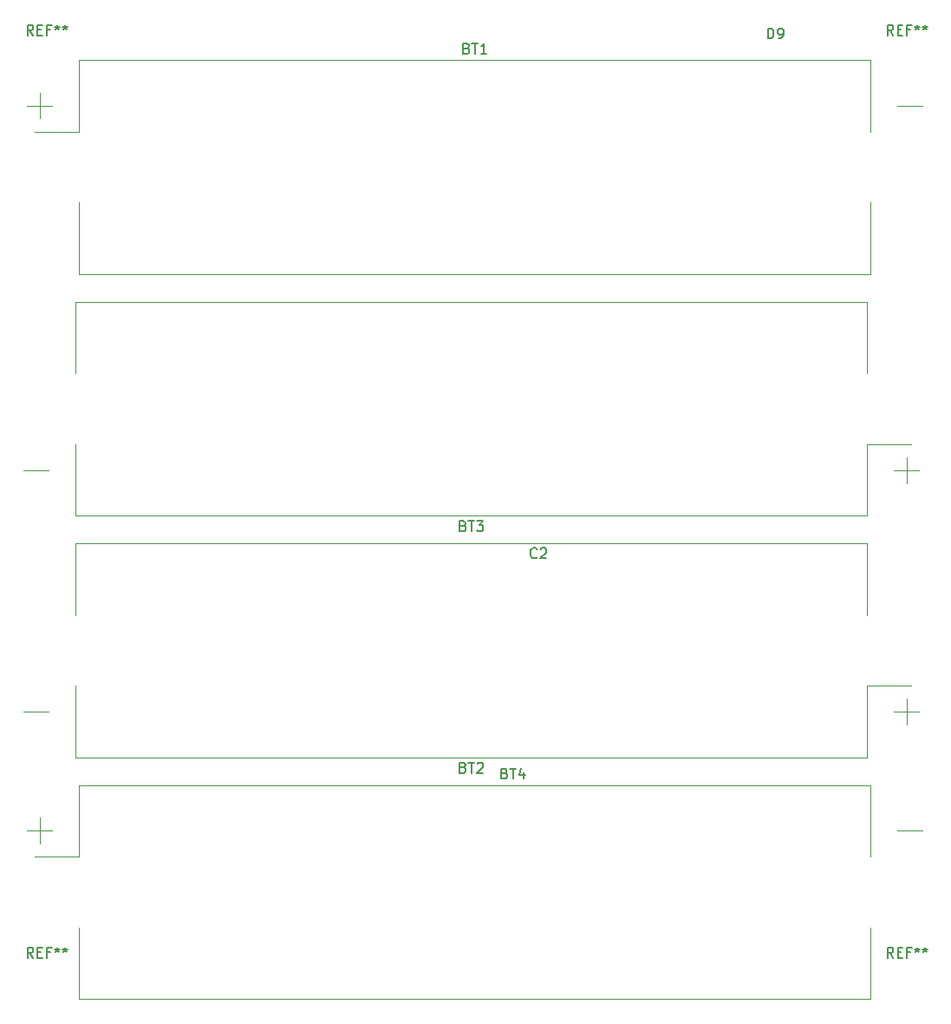
<source format=gbr>
%TF.GenerationSoftware,KiCad,Pcbnew,8.0.3-8.0.3-0~ubuntu22.04.1*%
%TF.CreationDate,2024-06-19T22:48:01+05:30*%
%TF.ProjectId,eps,6570732e-6b69-4636-9164-5f7063625858,rev?*%
%TF.SameCoordinates,Original*%
%TF.FileFunction,Legend,Top*%
%TF.FilePolarity,Positive*%
%FSLAX46Y46*%
G04 Gerber Fmt 4.6, Leading zero omitted, Abs format (unit mm)*
G04 Created by KiCad (PCBNEW 8.0.3-8.0.3-0~ubuntu22.04.1) date 2024-06-19 22:48:01*
%MOMM*%
%LPD*%
G01*
G04 APERTURE LIST*
%ADD10C,0.150000*%
%ADD11C,0.120000*%
G04 APERTURE END LIST*
D10*
X101666666Y-123254819D02*
X101333333Y-122778628D01*
X101095238Y-123254819D02*
X101095238Y-122254819D01*
X101095238Y-122254819D02*
X101476190Y-122254819D01*
X101476190Y-122254819D02*
X101571428Y-122302438D01*
X101571428Y-122302438D02*
X101619047Y-122350057D01*
X101619047Y-122350057D02*
X101666666Y-122445295D01*
X101666666Y-122445295D02*
X101666666Y-122588152D01*
X101666666Y-122588152D02*
X101619047Y-122683390D01*
X101619047Y-122683390D02*
X101571428Y-122731009D01*
X101571428Y-122731009D02*
X101476190Y-122778628D01*
X101476190Y-122778628D02*
X101095238Y-122778628D01*
X102095238Y-122731009D02*
X102428571Y-122731009D01*
X102571428Y-123254819D02*
X102095238Y-123254819D01*
X102095238Y-123254819D02*
X102095238Y-122254819D01*
X102095238Y-122254819D02*
X102571428Y-122254819D01*
X103333333Y-122731009D02*
X103000000Y-122731009D01*
X103000000Y-123254819D02*
X103000000Y-122254819D01*
X103000000Y-122254819D02*
X103476190Y-122254819D01*
X104000000Y-122254819D02*
X104000000Y-122492914D01*
X103761905Y-122397676D02*
X104000000Y-122492914D01*
X104000000Y-122492914D02*
X104238095Y-122397676D01*
X103857143Y-122683390D02*
X104000000Y-122492914D01*
X104000000Y-122492914D02*
X104142857Y-122683390D01*
X104761905Y-122254819D02*
X104761905Y-122492914D01*
X104523810Y-122397676D02*
X104761905Y-122492914D01*
X104761905Y-122492914D02*
X105000000Y-122397676D01*
X104619048Y-122683390D02*
X104761905Y-122492914D01*
X104761905Y-122492914D02*
X104904762Y-122683390D01*
X143654285Y-104691009D02*
X143797142Y-104738628D01*
X143797142Y-104738628D02*
X143844761Y-104786247D01*
X143844761Y-104786247D02*
X143892380Y-104881485D01*
X143892380Y-104881485D02*
X143892380Y-105024342D01*
X143892380Y-105024342D02*
X143844761Y-105119580D01*
X143844761Y-105119580D02*
X143797142Y-105167200D01*
X143797142Y-105167200D02*
X143701904Y-105214819D01*
X143701904Y-105214819D02*
X143320952Y-105214819D01*
X143320952Y-105214819D02*
X143320952Y-104214819D01*
X143320952Y-104214819D02*
X143654285Y-104214819D01*
X143654285Y-104214819D02*
X143749523Y-104262438D01*
X143749523Y-104262438D02*
X143797142Y-104310057D01*
X143797142Y-104310057D02*
X143844761Y-104405295D01*
X143844761Y-104405295D02*
X143844761Y-104500533D01*
X143844761Y-104500533D02*
X143797142Y-104595771D01*
X143797142Y-104595771D02*
X143749523Y-104643390D01*
X143749523Y-104643390D02*
X143654285Y-104691009D01*
X143654285Y-104691009D02*
X143320952Y-104691009D01*
X144178095Y-104214819D02*
X144749523Y-104214819D01*
X144463809Y-105214819D02*
X144463809Y-104214819D01*
X145035238Y-104310057D02*
X145082857Y-104262438D01*
X145082857Y-104262438D02*
X145178095Y-104214819D01*
X145178095Y-104214819D02*
X145416190Y-104214819D01*
X145416190Y-104214819D02*
X145511428Y-104262438D01*
X145511428Y-104262438D02*
X145559047Y-104310057D01*
X145559047Y-104310057D02*
X145606666Y-104405295D01*
X145606666Y-104405295D02*
X145606666Y-104500533D01*
X145606666Y-104500533D02*
X145559047Y-104643390D01*
X145559047Y-104643390D02*
X144987619Y-105214819D01*
X144987619Y-105214819D02*
X145606666Y-105214819D01*
X143994285Y-34531009D02*
X144137142Y-34578628D01*
X144137142Y-34578628D02*
X144184761Y-34626247D01*
X144184761Y-34626247D02*
X144232380Y-34721485D01*
X144232380Y-34721485D02*
X144232380Y-34864342D01*
X144232380Y-34864342D02*
X144184761Y-34959580D01*
X144184761Y-34959580D02*
X144137142Y-35007200D01*
X144137142Y-35007200D02*
X144041904Y-35054819D01*
X144041904Y-35054819D02*
X143660952Y-35054819D01*
X143660952Y-35054819D02*
X143660952Y-34054819D01*
X143660952Y-34054819D02*
X143994285Y-34054819D01*
X143994285Y-34054819D02*
X144089523Y-34102438D01*
X144089523Y-34102438D02*
X144137142Y-34150057D01*
X144137142Y-34150057D02*
X144184761Y-34245295D01*
X144184761Y-34245295D02*
X144184761Y-34340533D01*
X144184761Y-34340533D02*
X144137142Y-34435771D01*
X144137142Y-34435771D02*
X144089523Y-34483390D01*
X144089523Y-34483390D02*
X143994285Y-34531009D01*
X143994285Y-34531009D02*
X143660952Y-34531009D01*
X144518095Y-34054819D02*
X145089523Y-34054819D01*
X144803809Y-35054819D02*
X144803809Y-34054819D01*
X145946666Y-35054819D02*
X145375238Y-35054819D01*
X145660952Y-35054819D02*
X145660952Y-34054819D01*
X145660952Y-34054819D02*
X145565714Y-34197676D01*
X145565714Y-34197676D02*
X145470476Y-34292914D01*
X145470476Y-34292914D02*
X145375238Y-34340533D01*
X185666666Y-123254819D02*
X185333333Y-122778628D01*
X185095238Y-123254819D02*
X185095238Y-122254819D01*
X185095238Y-122254819D02*
X185476190Y-122254819D01*
X185476190Y-122254819D02*
X185571428Y-122302438D01*
X185571428Y-122302438D02*
X185619047Y-122350057D01*
X185619047Y-122350057D02*
X185666666Y-122445295D01*
X185666666Y-122445295D02*
X185666666Y-122588152D01*
X185666666Y-122588152D02*
X185619047Y-122683390D01*
X185619047Y-122683390D02*
X185571428Y-122731009D01*
X185571428Y-122731009D02*
X185476190Y-122778628D01*
X185476190Y-122778628D02*
X185095238Y-122778628D01*
X186095238Y-122731009D02*
X186428571Y-122731009D01*
X186571428Y-123254819D02*
X186095238Y-123254819D01*
X186095238Y-123254819D02*
X186095238Y-122254819D01*
X186095238Y-122254819D02*
X186571428Y-122254819D01*
X187333333Y-122731009D02*
X187000000Y-122731009D01*
X187000000Y-123254819D02*
X187000000Y-122254819D01*
X187000000Y-122254819D02*
X187476190Y-122254819D01*
X188000000Y-122254819D02*
X188000000Y-122492914D01*
X187761905Y-122397676D02*
X188000000Y-122492914D01*
X188000000Y-122492914D02*
X188238095Y-122397676D01*
X187857143Y-122683390D02*
X188000000Y-122492914D01*
X188000000Y-122492914D02*
X188142857Y-122683390D01*
X188761905Y-122254819D02*
X188761905Y-122492914D01*
X188523810Y-122397676D02*
X188761905Y-122492914D01*
X188761905Y-122492914D02*
X189000000Y-122397676D01*
X188619048Y-122683390D02*
X188761905Y-122492914D01*
X188761905Y-122492914D02*
X188904762Y-122683390D01*
X147714285Y-105271009D02*
X147857142Y-105318628D01*
X147857142Y-105318628D02*
X147904761Y-105366247D01*
X147904761Y-105366247D02*
X147952380Y-105461485D01*
X147952380Y-105461485D02*
X147952380Y-105604342D01*
X147952380Y-105604342D02*
X147904761Y-105699580D01*
X147904761Y-105699580D02*
X147857142Y-105747200D01*
X147857142Y-105747200D02*
X147761904Y-105794819D01*
X147761904Y-105794819D02*
X147380952Y-105794819D01*
X147380952Y-105794819D02*
X147380952Y-104794819D01*
X147380952Y-104794819D02*
X147714285Y-104794819D01*
X147714285Y-104794819D02*
X147809523Y-104842438D01*
X147809523Y-104842438D02*
X147857142Y-104890057D01*
X147857142Y-104890057D02*
X147904761Y-104985295D01*
X147904761Y-104985295D02*
X147904761Y-105080533D01*
X147904761Y-105080533D02*
X147857142Y-105175771D01*
X147857142Y-105175771D02*
X147809523Y-105223390D01*
X147809523Y-105223390D02*
X147714285Y-105271009D01*
X147714285Y-105271009D02*
X147380952Y-105271009D01*
X148238095Y-104794819D02*
X148809523Y-104794819D01*
X148523809Y-105794819D02*
X148523809Y-104794819D01*
X149571428Y-105128152D02*
X149571428Y-105794819D01*
X149333333Y-104747200D02*
X149095238Y-105461485D01*
X149095238Y-105461485D02*
X149714285Y-105461485D01*
X185666666Y-33254819D02*
X185333333Y-32778628D01*
X185095238Y-33254819D02*
X185095238Y-32254819D01*
X185095238Y-32254819D02*
X185476190Y-32254819D01*
X185476190Y-32254819D02*
X185571428Y-32302438D01*
X185571428Y-32302438D02*
X185619047Y-32350057D01*
X185619047Y-32350057D02*
X185666666Y-32445295D01*
X185666666Y-32445295D02*
X185666666Y-32588152D01*
X185666666Y-32588152D02*
X185619047Y-32683390D01*
X185619047Y-32683390D02*
X185571428Y-32731009D01*
X185571428Y-32731009D02*
X185476190Y-32778628D01*
X185476190Y-32778628D02*
X185095238Y-32778628D01*
X186095238Y-32731009D02*
X186428571Y-32731009D01*
X186571428Y-33254819D02*
X186095238Y-33254819D01*
X186095238Y-33254819D02*
X186095238Y-32254819D01*
X186095238Y-32254819D02*
X186571428Y-32254819D01*
X187333333Y-32731009D02*
X187000000Y-32731009D01*
X187000000Y-33254819D02*
X187000000Y-32254819D01*
X187000000Y-32254819D02*
X187476190Y-32254819D01*
X188000000Y-32254819D02*
X188000000Y-32492914D01*
X187761905Y-32397676D02*
X188000000Y-32492914D01*
X188000000Y-32492914D02*
X188238095Y-32397676D01*
X187857143Y-32683390D02*
X188000000Y-32492914D01*
X188000000Y-32492914D02*
X188142857Y-32683390D01*
X188761905Y-32254819D02*
X188761905Y-32492914D01*
X188523810Y-32397676D02*
X188761905Y-32492914D01*
X188761905Y-32492914D02*
X189000000Y-32397676D01*
X188619048Y-32683390D02*
X188761905Y-32492914D01*
X188761905Y-32492914D02*
X188904762Y-32683390D01*
X101666666Y-33254819D02*
X101333333Y-32778628D01*
X101095238Y-33254819D02*
X101095238Y-32254819D01*
X101095238Y-32254819D02*
X101476190Y-32254819D01*
X101476190Y-32254819D02*
X101571428Y-32302438D01*
X101571428Y-32302438D02*
X101619047Y-32350057D01*
X101619047Y-32350057D02*
X101666666Y-32445295D01*
X101666666Y-32445295D02*
X101666666Y-32588152D01*
X101666666Y-32588152D02*
X101619047Y-32683390D01*
X101619047Y-32683390D02*
X101571428Y-32731009D01*
X101571428Y-32731009D02*
X101476190Y-32778628D01*
X101476190Y-32778628D02*
X101095238Y-32778628D01*
X102095238Y-32731009D02*
X102428571Y-32731009D01*
X102571428Y-33254819D02*
X102095238Y-33254819D01*
X102095238Y-33254819D02*
X102095238Y-32254819D01*
X102095238Y-32254819D02*
X102571428Y-32254819D01*
X103333333Y-32731009D02*
X103000000Y-32731009D01*
X103000000Y-33254819D02*
X103000000Y-32254819D01*
X103000000Y-32254819D02*
X103476190Y-32254819D01*
X104000000Y-32254819D02*
X104000000Y-32492914D01*
X103761905Y-32397676D02*
X104000000Y-32492914D01*
X104000000Y-32492914D02*
X104238095Y-32397676D01*
X103857143Y-32683390D02*
X104000000Y-32492914D01*
X104000000Y-32492914D02*
X104142857Y-32683390D01*
X104761905Y-32254819D02*
X104761905Y-32492914D01*
X104523810Y-32397676D02*
X104761905Y-32492914D01*
X104761905Y-32492914D02*
X105000000Y-32397676D01*
X104619048Y-32683390D02*
X104761905Y-32492914D01*
X104761905Y-32492914D02*
X104904762Y-32683390D01*
X143654285Y-81111009D02*
X143797142Y-81158628D01*
X143797142Y-81158628D02*
X143844761Y-81206247D01*
X143844761Y-81206247D02*
X143892380Y-81301485D01*
X143892380Y-81301485D02*
X143892380Y-81444342D01*
X143892380Y-81444342D02*
X143844761Y-81539580D01*
X143844761Y-81539580D02*
X143797142Y-81587200D01*
X143797142Y-81587200D02*
X143701904Y-81634819D01*
X143701904Y-81634819D02*
X143320952Y-81634819D01*
X143320952Y-81634819D02*
X143320952Y-80634819D01*
X143320952Y-80634819D02*
X143654285Y-80634819D01*
X143654285Y-80634819D02*
X143749523Y-80682438D01*
X143749523Y-80682438D02*
X143797142Y-80730057D01*
X143797142Y-80730057D02*
X143844761Y-80825295D01*
X143844761Y-80825295D02*
X143844761Y-80920533D01*
X143844761Y-80920533D02*
X143797142Y-81015771D01*
X143797142Y-81015771D02*
X143749523Y-81063390D01*
X143749523Y-81063390D02*
X143654285Y-81111009D01*
X143654285Y-81111009D02*
X143320952Y-81111009D01*
X144178095Y-80634819D02*
X144749523Y-80634819D01*
X144463809Y-81634819D02*
X144463809Y-80634819D01*
X144987619Y-80634819D02*
X145606666Y-80634819D01*
X145606666Y-80634819D02*
X145273333Y-81015771D01*
X145273333Y-81015771D02*
X145416190Y-81015771D01*
X145416190Y-81015771D02*
X145511428Y-81063390D01*
X145511428Y-81063390D02*
X145559047Y-81111009D01*
X145559047Y-81111009D02*
X145606666Y-81206247D01*
X145606666Y-81206247D02*
X145606666Y-81444342D01*
X145606666Y-81444342D02*
X145559047Y-81539580D01*
X145559047Y-81539580D02*
X145511428Y-81587200D01*
X145511428Y-81587200D02*
X145416190Y-81634819D01*
X145416190Y-81634819D02*
X145130476Y-81634819D01*
X145130476Y-81634819D02*
X145035238Y-81587200D01*
X145035238Y-81587200D02*
X144987619Y-81539580D01*
X150839764Y-84179580D02*
X150792145Y-84227200D01*
X150792145Y-84227200D02*
X150649288Y-84274819D01*
X150649288Y-84274819D02*
X150554050Y-84274819D01*
X150554050Y-84274819D02*
X150411193Y-84227200D01*
X150411193Y-84227200D02*
X150315955Y-84131961D01*
X150315955Y-84131961D02*
X150268336Y-84036723D01*
X150268336Y-84036723D02*
X150220717Y-83846247D01*
X150220717Y-83846247D02*
X150220717Y-83703390D01*
X150220717Y-83703390D02*
X150268336Y-83512914D01*
X150268336Y-83512914D02*
X150315955Y-83417676D01*
X150315955Y-83417676D02*
X150411193Y-83322438D01*
X150411193Y-83322438D02*
X150554050Y-83274819D01*
X150554050Y-83274819D02*
X150649288Y-83274819D01*
X150649288Y-83274819D02*
X150792145Y-83322438D01*
X150792145Y-83322438D02*
X150839764Y-83370057D01*
X151220717Y-83370057D02*
X151268336Y-83322438D01*
X151268336Y-83322438D02*
X151363574Y-83274819D01*
X151363574Y-83274819D02*
X151601669Y-83274819D01*
X151601669Y-83274819D02*
X151696907Y-83322438D01*
X151696907Y-83322438D02*
X151744526Y-83370057D01*
X151744526Y-83370057D02*
X151792145Y-83465295D01*
X151792145Y-83465295D02*
X151792145Y-83560533D01*
X151792145Y-83560533D02*
X151744526Y-83703390D01*
X151744526Y-83703390D02*
X151173098Y-84274819D01*
X151173098Y-84274819D02*
X151792145Y-84274819D01*
X173408095Y-33574819D02*
X173408095Y-32574819D01*
X173408095Y-32574819D02*
X173646190Y-32574819D01*
X173646190Y-32574819D02*
X173789047Y-32622438D01*
X173789047Y-32622438D02*
X173884285Y-32717676D01*
X173884285Y-32717676D02*
X173931904Y-32812914D01*
X173931904Y-32812914D02*
X173979523Y-33003390D01*
X173979523Y-33003390D02*
X173979523Y-33146247D01*
X173979523Y-33146247D02*
X173931904Y-33336723D01*
X173931904Y-33336723D02*
X173884285Y-33431961D01*
X173884285Y-33431961D02*
X173789047Y-33527200D01*
X173789047Y-33527200D02*
X173646190Y-33574819D01*
X173646190Y-33574819D02*
X173408095Y-33574819D01*
X174455714Y-33574819D02*
X174646190Y-33574819D01*
X174646190Y-33574819D02*
X174741428Y-33527200D01*
X174741428Y-33527200D02*
X174789047Y-33479580D01*
X174789047Y-33479580D02*
X174884285Y-33336723D01*
X174884285Y-33336723D02*
X174931904Y-33146247D01*
X174931904Y-33146247D02*
X174931904Y-32765295D01*
X174931904Y-32765295D02*
X174884285Y-32670057D01*
X174884285Y-32670057D02*
X174836666Y-32622438D01*
X174836666Y-32622438D02*
X174741428Y-32574819D01*
X174741428Y-32574819D02*
X174550952Y-32574819D01*
X174550952Y-32574819D02*
X174455714Y-32622438D01*
X174455714Y-32622438D02*
X174408095Y-32670057D01*
X174408095Y-32670057D02*
X174360476Y-32765295D01*
X174360476Y-32765295D02*
X174360476Y-33003390D01*
X174360476Y-33003390D02*
X174408095Y-33098628D01*
X174408095Y-33098628D02*
X174455714Y-33146247D01*
X174455714Y-33146247D02*
X174550952Y-33193866D01*
X174550952Y-33193866D02*
X174741428Y-33193866D01*
X174741428Y-33193866D02*
X174836666Y-33146247D01*
X174836666Y-33146247D02*
X174884285Y-33098628D01*
X174884285Y-33098628D02*
X174931904Y-33003390D01*
D11*
%TO.C,BT2*%
X100690000Y-99260000D02*
X103190000Y-99260000D01*
X105800000Y-82820000D02*
X183080000Y-82820000D01*
X105800000Y-89820000D02*
X105800000Y-82820000D01*
X105800000Y-96700000D02*
X105800000Y-103680000D01*
X105800000Y-103700000D02*
X183080000Y-103700000D01*
X183080000Y-82820000D02*
X183080000Y-89820000D01*
X183080000Y-96700000D02*
X187440000Y-96700000D01*
X183080000Y-103700000D02*
X183080000Y-96700000D01*
X186940000Y-98010000D02*
X186940000Y-100510000D01*
X188190000Y-99260000D02*
X185690000Y-99260000D01*
%TO.C,BT1*%
X101030000Y-40100000D02*
X103530000Y-40100000D01*
X102280000Y-41350000D02*
X102280000Y-38850000D01*
X106140000Y-35660000D02*
X106140000Y-42660000D01*
X106140000Y-42660000D02*
X101780000Y-42660000D01*
X106140000Y-56540000D02*
X106140000Y-49540000D01*
X183420000Y-35660000D02*
X106140000Y-35660000D01*
X183420000Y-42660000D02*
X183420000Y-35680000D01*
X183420000Y-49540000D02*
X183420000Y-56540000D01*
X183420000Y-56540000D02*
X106140000Y-56540000D01*
X188530000Y-40100000D02*
X186030000Y-40100000D01*
%TO.C,BT4*%
X101030000Y-110840000D02*
X103530000Y-110840000D01*
X102280000Y-112090000D02*
X102280000Y-109590000D01*
X106140000Y-106400000D02*
X106140000Y-113400000D01*
X106140000Y-113400000D02*
X101780000Y-113400000D01*
X106140000Y-127280000D02*
X106140000Y-120280000D01*
X183420000Y-106400000D02*
X106140000Y-106400000D01*
X183420000Y-113400000D02*
X183420000Y-106420000D01*
X183420000Y-120280000D02*
X183420000Y-127280000D01*
X183420000Y-127280000D02*
X106140000Y-127280000D01*
X188530000Y-110840000D02*
X186030000Y-110840000D01*
%TO.C,BT3*%
X100690000Y-75680000D02*
X103190000Y-75680000D01*
X105800000Y-59240000D02*
X183080000Y-59240000D01*
X105800000Y-66240000D02*
X105800000Y-59240000D01*
X105800000Y-73120000D02*
X105800000Y-80100000D01*
X105800000Y-80120000D02*
X183080000Y-80120000D01*
X183080000Y-59240000D02*
X183080000Y-66240000D01*
X183080000Y-73120000D02*
X187440000Y-73120000D01*
X183080000Y-80120000D02*
X183080000Y-73120000D01*
X186940000Y-74430000D02*
X186940000Y-76930000D01*
X188190000Y-75680000D02*
X185690000Y-75680000D01*
%TD*%
M02*

</source>
